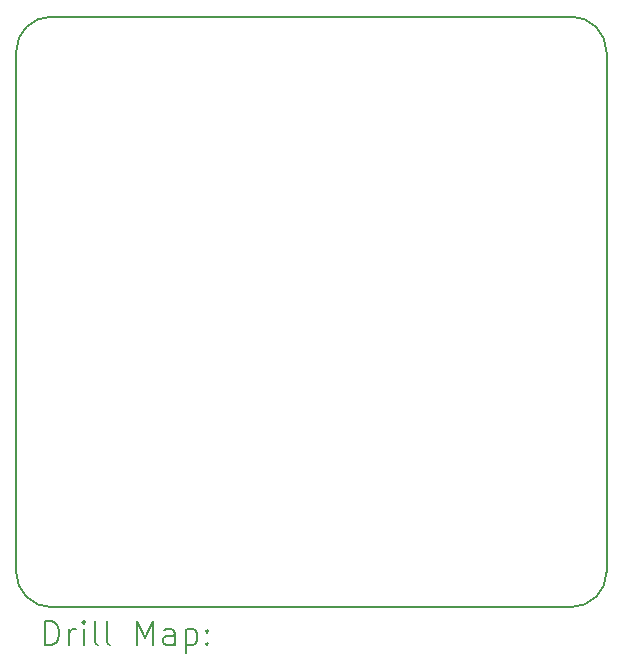
<source format=gbr>
%TF.GenerationSoftware,KiCad,Pcbnew,6.0.11-2627ca5db0~126~ubuntu20.04.1*%
%TF.CreationDate,2024-01-15T23:11:24+09:00*%
%TF.ProjectId,motor_driver,6d6f746f-725f-4647-9269-7665722e6b69,rev?*%
%TF.SameCoordinates,Original*%
%TF.FileFunction,Drillmap*%
%TF.FilePolarity,Positive*%
%FSLAX45Y45*%
G04 Gerber Fmt 4.5, Leading zero omitted, Abs format (unit mm)*
G04 Created by KiCad (PCBNEW 6.0.11-2627ca5db0~126~ubuntu20.04.1) date 2024-01-15 23:11:24*
%MOMM*%
%LPD*%
G01*
G04 APERTURE LIST*
%ADD10C,0.200000*%
G04 APERTURE END LIST*
D10*
X9352400Y-7531040D02*
G75*
G03*
X9052400Y-7831040I0J-300000D01*
G01*
X9052400Y-7831040D02*
X9052400Y-12231040D01*
X14052400Y-7831040D02*
G75*
G03*
X13752400Y-7531040I-300000J0D01*
G01*
X9352400Y-12531040D02*
X13752400Y-12531040D01*
X14052400Y-12231040D02*
X14052400Y-7831040D01*
X13752400Y-7531040D02*
X9352400Y-7531040D01*
X13752400Y-12531040D02*
G75*
G03*
X14052400Y-12231040I0J300000D01*
G01*
X9052400Y-12231040D02*
G75*
G03*
X9352400Y-12531040I300000J0D01*
G01*
X9300019Y-12851516D02*
X9300019Y-12651516D01*
X9347638Y-12651516D01*
X9376210Y-12661040D01*
X9395257Y-12680088D01*
X9404781Y-12699135D01*
X9414305Y-12737230D01*
X9414305Y-12765802D01*
X9404781Y-12803897D01*
X9395257Y-12822945D01*
X9376210Y-12841992D01*
X9347638Y-12851516D01*
X9300019Y-12851516D01*
X9500019Y-12851516D02*
X9500019Y-12718183D01*
X9500019Y-12756278D02*
X9509543Y-12737230D01*
X9519067Y-12727707D01*
X9538114Y-12718183D01*
X9557162Y-12718183D01*
X9623829Y-12851516D02*
X9623829Y-12718183D01*
X9623829Y-12651516D02*
X9614305Y-12661040D01*
X9623829Y-12670564D01*
X9633352Y-12661040D01*
X9623829Y-12651516D01*
X9623829Y-12670564D01*
X9747638Y-12851516D02*
X9728590Y-12841992D01*
X9719067Y-12822945D01*
X9719067Y-12651516D01*
X9852400Y-12851516D02*
X9833352Y-12841992D01*
X9823829Y-12822945D01*
X9823829Y-12651516D01*
X10080971Y-12851516D02*
X10080971Y-12651516D01*
X10147638Y-12794373D01*
X10214305Y-12651516D01*
X10214305Y-12851516D01*
X10395257Y-12851516D02*
X10395257Y-12746754D01*
X10385733Y-12727707D01*
X10366686Y-12718183D01*
X10328590Y-12718183D01*
X10309543Y-12727707D01*
X10395257Y-12841992D02*
X10376210Y-12851516D01*
X10328590Y-12851516D01*
X10309543Y-12841992D01*
X10300019Y-12822945D01*
X10300019Y-12803897D01*
X10309543Y-12784849D01*
X10328590Y-12775326D01*
X10376210Y-12775326D01*
X10395257Y-12765802D01*
X10490495Y-12718183D02*
X10490495Y-12918183D01*
X10490495Y-12727707D02*
X10509543Y-12718183D01*
X10547638Y-12718183D01*
X10566686Y-12727707D01*
X10576210Y-12737230D01*
X10585733Y-12756278D01*
X10585733Y-12813421D01*
X10576210Y-12832468D01*
X10566686Y-12841992D01*
X10547638Y-12851516D01*
X10509543Y-12851516D01*
X10490495Y-12841992D01*
X10671448Y-12832468D02*
X10680971Y-12841992D01*
X10671448Y-12851516D01*
X10661924Y-12841992D01*
X10671448Y-12832468D01*
X10671448Y-12851516D01*
X10671448Y-12727707D02*
X10680971Y-12737230D01*
X10671448Y-12746754D01*
X10661924Y-12737230D01*
X10671448Y-12727707D01*
X10671448Y-12746754D01*
M02*

</source>
